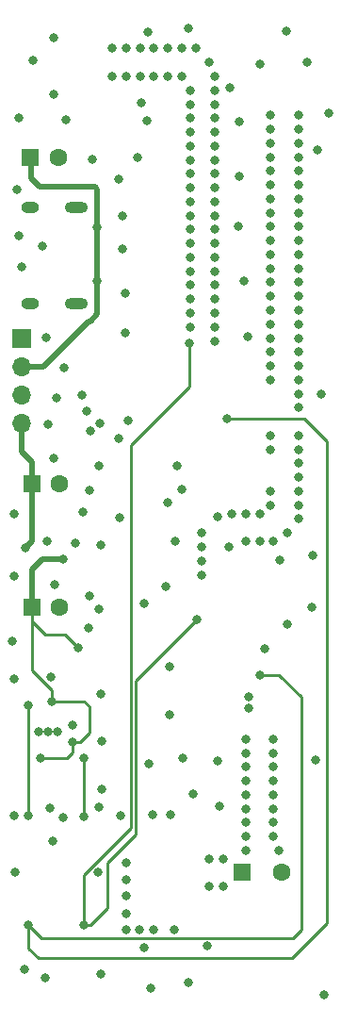
<source format=gbr>
%TF.GenerationSoftware,KiCad,Pcbnew,(6.99.0-1665-g4ee6cfe5b6)*%
%TF.CreationDate,2022-06-28T13:02:27+08:00*%
%TF.ProjectId,NoiseAmplifyingProbe,4e6f6973-6541-46d7-906c-696679696e67,rev?*%
%TF.SameCoordinates,Original*%
%TF.FileFunction,Copper,L3,Inr*%
%TF.FilePolarity,Positive*%
%FSLAX46Y46*%
G04 Gerber Fmt 4.6, Leading zero omitted, Abs format (unit mm)*
G04 Created by KiCad (PCBNEW (6.99.0-1665-g4ee6cfe5b6)) date 2022-06-28 13:02:27*
%MOMM*%
%LPD*%
G01*
G04 APERTURE LIST*
%TA.AperFunction,ComponentPad*%
%ADD10R,1.600000X1.600000*%
%TD*%
%TA.AperFunction,ComponentPad*%
%ADD11C,1.600000*%
%TD*%
%TA.AperFunction,ComponentPad*%
%ADD12O,2.100000X1.000000*%
%TD*%
%TA.AperFunction,ComponentPad*%
%ADD13O,1.600000X1.000000*%
%TD*%
%TA.AperFunction,ComponentPad*%
%ADD14R,1.700000X1.700000*%
%TD*%
%TA.AperFunction,ComponentPad*%
%ADD15O,1.700000X1.700000*%
%TD*%
%TA.AperFunction,ViaPad*%
%ADD16C,0.800000*%
%TD*%
%TA.AperFunction,Conductor*%
%ADD17C,0.508000*%
%TD*%
%TA.AperFunction,Conductor*%
%ADD18C,0.250000*%
%TD*%
G04 APERTURE END LIST*
D10*
%TO.N,+5V*%
%TO.C,C3*%
X132517620Y-92099999D03*
D11*
%TO.N,GND*%
X135017621Y-92100000D03*
%TD*%
D12*
%TO.N,GNDPWR*%
%TO.C,J1*%
X136519999Y-67279999D03*
D13*
X132339999Y-67279999D03*
D12*
X136519999Y-75919999D03*
D13*
X132339999Y-75919999D03*
%TD*%
D10*
%TO.N,VCC*%
%TO.C,C11*%
X132539999Y-103199999D03*
D11*
%TO.N,GND*%
X135040000Y-103200000D03*
%TD*%
D10*
%TO.N,Net-(J1-VBUS)*%
%TO.C,C2*%
X132417620Y-62799999D03*
D11*
%TO.N,GNDPWR*%
X134917621Y-62800000D03*
%TD*%
D14*
%TO.N,GNDPWR*%
%TO.C,J2*%
X131599999Y-78999999D03*
D15*
%TO.N,Net-(J1-VBUS)*%
X131599999Y-81539999D03*
%TO.N,GND*%
X131599999Y-84079999D03*
%TO.N,+5V*%
X131599999Y-86619999D03*
%TD*%
D10*
%TO.N,Net-(C1-Pad1)*%
%TO.C,C1*%
X151459999Y-126979999D03*
D11*
%TO.N,Net-(U1A-+)*%
X154960000Y-126980000D03*
%TD*%
D16*
%TO.N,Net-(J1-VBUS)*%
X138425000Y-73850000D03*
X138425000Y-69050000D03*
%TO.N,GNDPWR*%
X131175000Y-65650000D03*
X131650000Y-72625000D03*
X133860000Y-78990000D03*
X137975000Y-62975000D03*
X135400000Y-81700000D03*
X133450000Y-70700000D03*
X131400000Y-69850000D03*
%TO.N,+5V*%
X131975000Y-97825000D03*
%TO.N,GND*%
X137700000Y-92700000D03*
X138550000Y-103350000D03*
X134500000Y-89800000D03*
X134600000Y-101125000D03*
X138675000Y-86625000D03*
X134275000Y-109475000D03*
X130800000Y-106250000D03*
X133140000Y-114370000D03*
X134870000Y-114370000D03*
X137825000Y-87375000D03*
X137075000Y-84150000D03*
X136220000Y-113720000D03*
X134750000Y-84375000D03*
X130950000Y-109600000D03*
X138725000Y-97550000D03*
X138575000Y-90475000D03*
X130900000Y-121900000D03*
X135350000Y-122025000D03*
X137625000Y-105000000D03*
X138770000Y-110940000D03*
X137500000Y-85550000D03*
X131000000Y-127000000D03*
X130900000Y-94750000D03*
X137100000Y-94625000D03*
X137700000Y-102175000D03*
X130950000Y-100375000D03*
X138450000Y-126975000D03*
X134010000Y-114360000D03*
X138800000Y-119475000D03*
X133900000Y-97200000D03*
X134375000Y-124200000D03*
X133950000Y-86775000D03*
X136475000Y-97400000D03*
X138800000Y-115150000D03*
X138550000Y-121075000D03*
X134150000Y-121175000D03*
%TO.N,VAA*%
X146650000Y-79500000D03*
X147400000Y-104300000D03*
X137175000Y-131675000D03*
%TO.N,GNDA*%
X156500000Y-79000000D03*
X135600000Y-59400000D03*
X147000000Y-119900000D03*
X154000000Y-79000000D03*
X156500000Y-69000000D03*
X156500000Y-91500000D03*
X144750000Y-93800000D03*
X149000000Y-59250000D03*
X154000000Y-77750000D03*
X156500000Y-87750000D03*
X154000000Y-69000000D03*
X146750000Y-63000000D03*
X149000000Y-60500000D03*
X146750000Y-65500000D03*
X154000000Y-80250000D03*
X151200000Y-64500000D03*
X144900000Y-112850000D03*
X154800000Y-98900000D03*
X146750000Y-74250000D03*
X149000000Y-76750000D03*
X154250000Y-97250000D03*
X156500000Y-59000000D03*
X151750000Y-97250000D03*
X154000000Y-70250000D03*
X141000000Y-126100000D03*
X156500000Y-72750000D03*
X154750000Y-125000000D03*
X157800000Y-98500000D03*
X153000000Y-94750000D03*
X149000000Y-69250000D03*
X156500000Y-82750000D03*
X156500000Y-80250000D03*
X154000000Y-60250000D03*
X141000000Y-55500000D03*
X154250000Y-122500000D03*
X142250000Y-53000000D03*
X154000000Y-72750000D03*
X132600000Y-54100000D03*
X149000000Y-68000000D03*
X148300000Y-133600000D03*
X153500000Y-106900000D03*
X156500000Y-65250000D03*
X139750000Y-53000000D03*
X156500000Y-60250000D03*
X156500000Y-64000000D03*
X154000000Y-75250000D03*
X151750000Y-117500000D03*
X146750000Y-64250000D03*
X143050000Y-117250000D03*
X156500000Y-66500000D03*
X156500000Y-81500000D03*
X154000000Y-81500000D03*
X149000000Y-65500000D03*
X151750000Y-120000000D03*
X138700000Y-136100000D03*
X150250000Y-97750000D03*
X149000000Y-56750000D03*
X156500000Y-67750000D03*
X149000000Y-79250000D03*
X156500000Y-75250000D03*
X133700000Y-136400000D03*
X158800000Y-138000000D03*
X142200000Y-132100000D03*
X146000000Y-92600000D03*
X154250000Y-118750000D03*
X158200000Y-62100000D03*
X159200000Y-58800000D03*
X143500000Y-132100000D03*
X149000000Y-63000000D03*
X149000000Y-75500000D03*
X154000000Y-71500000D03*
X141000000Y-130700000D03*
X145450000Y-97250000D03*
X146750000Y-69250000D03*
X146000000Y-55500000D03*
X140300000Y-64700000D03*
X149000000Y-70500000D03*
X158050000Y-116850000D03*
X134500000Y-57100000D03*
X142850000Y-59450000D03*
X149000000Y-73000000D03*
X149000000Y-78000000D03*
X154000000Y-64000000D03*
X144750000Y-53000000D03*
X154000000Y-59000000D03*
X146750000Y-76750000D03*
X141200000Y-86400000D03*
X149000000Y-61750000D03*
X154250000Y-123750000D03*
X151600000Y-73900000D03*
X146600000Y-136900000D03*
X156500000Y-90250000D03*
X146750000Y-71750000D03*
X146750000Y-78000000D03*
X149000000Y-71750000D03*
X156500000Y-70250000D03*
X148500000Y-128250000D03*
X156500000Y-84000000D03*
X157700000Y-103150000D03*
X142600000Y-133700000D03*
X154250000Y-120000000D03*
X149750000Y-125750000D03*
X158550000Y-84000000D03*
X154000000Y-67750000D03*
X146750000Y-70500000D03*
X151900000Y-78900000D03*
X141000000Y-132100000D03*
X131400000Y-59200000D03*
X134500000Y-52000000D03*
X146750000Y-66750000D03*
X154250000Y-121250000D03*
X151750000Y-116250000D03*
X140700000Y-71000000D03*
X154000000Y-65250000D03*
X151100000Y-69000000D03*
X154000000Y-76500000D03*
X146750000Y-68000000D03*
X144900000Y-108500000D03*
X148500000Y-125750000D03*
X142250000Y-55500000D03*
X149000000Y-74250000D03*
X157300000Y-54200000D03*
X148500000Y-54250000D03*
X151750000Y-122500000D03*
X139750000Y-55500000D03*
X142600000Y-102850000D03*
X146750000Y-59250000D03*
X149200000Y-117000000D03*
X154000000Y-89000000D03*
X156500000Y-92750000D03*
X149250000Y-95000000D03*
X154000000Y-92750000D03*
X146750000Y-61750000D03*
X146600000Y-51200000D03*
X156500000Y-62750000D03*
X156500000Y-74000000D03*
X155400000Y-51400000D03*
X156500000Y-71500000D03*
X147750000Y-97750000D03*
X152000000Y-112250000D03*
X156500000Y-85250000D03*
X150300000Y-56500000D03*
X153000000Y-54400000D03*
X140350000Y-88000000D03*
X140650000Y-68000000D03*
X151750000Y-115000000D03*
X145600000Y-90500000D03*
X156500000Y-89000000D03*
X154000000Y-62750000D03*
X149000000Y-55500000D03*
X155500000Y-104700000D03*
X142000000Y-62800000D03*
X151200000Y-59600000D03*
X141000000Y-127600000D03*
X146750000Y-58000000D03*
X149750000Y-128250000D03*
X154000000Y-87750000D03*
X143400000Y-121800000D03*
X151750000Y-121250000D03*
X154250000Y-117500000D03*
X146750000Y-60500000D03*
X156500000Y-95250000D03*
X146750000Y-75500000D03*
X154000000Y-94000000D03*
X140500000Y-121900000D03*
X154000000Y-61500000D03*
X142400000Y-57900000D03*
X143000000Y-51500000D03*
X147750000Y-96500000D03*
X147250000Y-53000000D03*
X155500000Y-96500000D03*
X146000000Y-53000000D03*
X145000000Y-121800000D03*
X146100000Y-116700000D03*
X154000000Y-82750000D03*
X156500000Y-76500000D03*
X145300000Y-132100000D03*
X140900000Y-75000000D03*
X156500000Y-77750000D03*
X151750000Y-125000000D03*
X149000000Y-58000000D03*
X146750000Y-73000000D03*
X151750000Y-94750000D03*
X154250000Y-115000000D03*
X140900000Y-78500000D03*
X156500000Y-61500000D03*
X143500000Y-55500000D03*
X147750000Y-99000000D03*
X149000000Y-64250000D03*
X131900000Y-135700000D03*
X154250000Y-116250000D03*
X152000000Y-111250000D03*
X143500000Y-53000000D03*
X143200000Y-137400000D03*
X156500000Y-94000000D03*
X149400000Y-121000000D03*
X151750000Y-118750000D03*
X144750000Y-55500000D03*
X154000000Y-74000000D03*
X150500000Y-94750000D03*
X144600000Y-101300000D03*
X141000000Y-129100000D03*
X149000000Y-66750000D03*
X140400000Y-95100000D03*
X151750000Y-123750000D03*
X153000000Y-97250000D03*
X146750000Y-56750000D03*
X147750000Y-100250000D03*
X141000000Y-53000000D03*
X154000000Y-66500000D03*
%TO.N,VEE*%
X132225000Y-131675000D03*
X150100000Y-86250000D03*
X153075000Y-109225000D03*
%TO.N,VCC*%
X135375000Y-98850000D03*
X134300000Y-111600000D03*
X136700000Y-106800000D03*
X133292500Y-116692500D03*
X136200000Y-115300000D03*
%TO.N,Net-(U4-OUT+)*%
X137175000Y-121950000D03*
X137175000Y-116675000D03*
%TO.N,Net-(U4-OUT-)*%
X132225000Y-111950000D03*
X132225000Y-121900000D03*
%TD*%
D17*
%TO.N,Net-(J1-VBUS)*%
X137825000Y-77475000D02*
X137625000Y-77475000D01*
X138425000Y-69050000D02*
X138425000Y-70100000D01*
X137625000Y-77475000D02*
X133560000Y-81540000D01*
X133225000Y-65425000D02*
X132425000Y-64625000D01*
X138200000Y-65425000D02*
X133225000Y-65425000D01*
X138425000Y-73150000D02*
X138425000Y-76875000D01*
X132425000Y-64625000D02*
X132425000Y-62807379D01*
X138425000Y-70100000D02*
X138425000Y-65650000D01*
X138425000Y-65650000D02*
X138200000Y-65425000D01*
X133560000Y-81540000D02*
X131600000Y-81540000D01*
X138425000Y-70100000D02*
X138425000Y-73150000D01*
X138425000Y-73150000D02*
X138425000Y-73850000D01*
X138425000Y-76875000D02*
X137825000Y-77475000D01*
%TO.N,+5V*%
X132517621Y-90117621D02*
X132517621Y-92100000D01*
X131600000Y-86620000D02*
X131600000Y-89200000D01*
X132517621Y-97282379D02*
X131975000Y-97825000D01*
X131600000Y-89200000D02*
X132517621Y-90117621D01*
X132517621Y-92100000D02*
X132517621Y-97282379D01*
D18*
%TO.N,VAA*%
X137175000Y-131675000D02*
X137825000Y-131675000D01*
X141400000Y-123000386D02*
X141400000Y-88600000D01*
X137175000Y-131675000D02*
X137175000Y-127225386D01*
X139300000Y-126150000D02*
X141900000Y-123550000D01*
X141400000Y-88600000D02*
X146650000Y-83350000D01*
X137175000Y-127225386D02*
X141400000Y-123000386D01*
X146650000Y-83350000D02*
X146650000Y-79500000D01*
X141900000Y-123550000D02*
X141900000Y-109800000D01*
X141900000Y-109800000D02*
X147400000Y-104300000D01*
X137825000Y-131675000D02*
X139300000Y-130200000D01*
X139300000Y-130200000D02*
X139300000Y-126150000D01*
%TO.N,VEE*%
X132225000Y-133825000D02*
X132225000Y-131675000D01*
X150100000Y-86250000D02*
X157000000Y-86250000D01*
X155900000Y-134700000D02*
X133100000Y-134700000D01*
X132225000Y-131675000D02*
X133400000Y-132850000D01*
X156740000Y-132110000D02*
X156740000Y-111240000D01*
X133400000Y-132850000D02*
X156000000Y-132850000D01*
X156740000Y-111240000D02*
X154725000Y-109225000D01*
X157000000Y-86250000D02*
X159030000Y-88280000D01*
X159030000Y-88280000D02*
X159030000Y-131570000D01*
X133100000Y-134700000D02*
X132225000Y-133825000D01*
X154725000Y-109225000D02*
X153075000Y-109225000D01*
X159030000Y-131570000D02*
X155900000Y-134700000D01*
X156000000Y-132850000D02*
X156740000Y-132110000D01*
D17*
%TO.N,VCC*%
X133450000Y-98850000D02*
X135375000Y-98850000D01*
D18*
X132542621Y-103202621D02*
X132540000Y-103200000D01*
X137700000Y-112100000D02*
X137700000Y-114450000D01*
X136700000Y-106800000D02*
X135500000Y-105600000D01*
X132542621Y-104442621D02*
X132542621Y-103202621D01*
X137700000Y-114450000D02*
X136850000Y-115300000D01*
X135700000Y-116700000D02*
X133300000Y-116700000D01*
D17*
X132542621Y-103197379D02*
X132542621Y-99757379D01*
X132542621Y-99757379D02*
X133450000Y-98850000D01*
D18*
X132542621Y-104442621D02*
X132542621Y-108842621D01*
X136850000Y-115300000D02*
X136200000Y-115300000D01*
X136200000Y-116200000D02*
X135700000Y-116700000D01*
X133300000Y-116700000D02*
X133292500Y-116692500D01*
X134300000Y-110600000D02*
X134300000Y-111600000D01*
X137200000Y-111600000D02*
X137700000Y-112100000D01*
X133700000Y-105600000D02*
X132542621Y-104442621D01*
X136200000Y-115300000D02*
X136200000Y-116200000D01*
X134300000Y-111600000D02*
X137200000Y-111600000D01*
X132542621Y-108842621D02*
X134300000Y-110600000D01*
X135500000Y-105600000D02*
X133700000Y-105600000D01*
D17*
X132540000Y-103200000D02*
X132542621Y-103197379D01*
D18*
%TO.N,Net-(U4-OUT+)*%
X137175000Y-116675000D02*
X137175000Y-121950000D01*
%TO.N,Net-(U4-OUT-)*%
X132225000Y-111950000D02*
X132225000Y-121900000D01*
%TD*%
M02*

</source>
